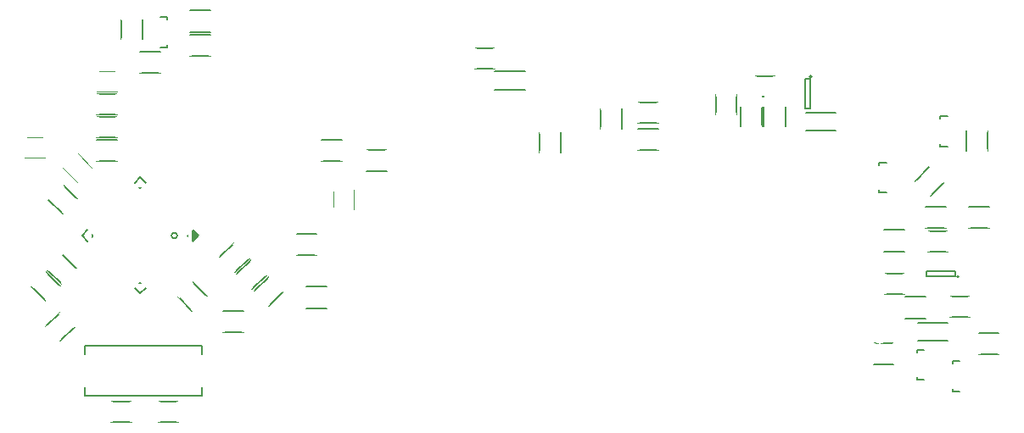
<source format=gbo>
G04 #@! TF.FileFunction,Legend,Bot*
%FSLAX46Y46*%
G04 Gerber Fmt 4.6, Leading zero omitted, Abs format (unit mm)*
G04 Created by KiCad (PCBNEW 4.0.4-stable) date 01/26/17 16:37:22*
%MOMM*%
%LPD*%
G01*
G04 APERTURE LIST*
%ADD10C,0.100000*%
%ADD11C,0.150000*%
%ADD12C,0.149860*%
%ADD13C,0.127000*%
%ADD14C,0.120000*%
%ADD15R,2.100000X1.300000*%
%ADD16C,5.400000*%
%ADD17C,4.400000*%
%ADD18R,1.300000X2.100000*%
%ADD19R,1.200100X1.200100*%
%ADD20C,1.700000*%
%ADD21R,1.700000X1.700000*%
%ADD22C,2.899360*%
%ADD23C,2.900000*%
%ADD24R,1.310000X1.620000*%
%ADD25C,6.400000*%
%ADD26R,2.432000X2.432000*%
%ADD27O,2.432000X2.432000*%
%ADD28R,1.400000X2.000000*%
%ADD29R,2.000000X1.400000*%
%ADD30R,1.460000X1.050000*%
%ADD31R,1.050000X1.460000*%
%ADD32R,6.000700X2.500580*%
%ADD33R,2.100000X2.100000*%
%ADD34O,2.100000X2.100000*%
%ADD35C,1.400000*%
G04 APERTURE END LIST*
D10*
D11*
X102625000Y33900000D02*
X102625000Y31900000D01*
X104775000Y31900000D02*
X104775000Y33900000D01*
X31607449Y17857018D02*
X33021662Y19271231D01*
X34471231Y17821662D02*
X33057018Y16407449D01*
X37800000Y23575000D02*
X35800000Y23575000D01*
X35800000Y21425000D02*
X37800000Y21425000D01*
X97747980Y9200840D02*
X97747980Y9249100D01*
X98449020Y11999820D02*
X97747980Y11999820D01*
X97747980Y11999820D02*
X97747980Y11750900D01*
X97747980Y9200840D02*
X97747980Y9000180D01*
X97747980Y9000180D02*
X98449020Y9000180D01*
X95400000Y12675000D02*
X93400000Y12675000D01*
X93400000Y10525000D02*
X95400000Y10525000D01*
X96450000Y23975000D02*
X94450000Y23975000D01*
X94450000Y21825000D02*
X96450000Y21825000D01*
X100049760Y32500840D02*
X100049760Y32549100D01*
X100750800Y35299820D02*
X100049760Y35299820D01*
X100049760Y35299820D02*
X100049760Y35050900D01*
X100049760Y32500840D02*
X100049760Y32300180D01*
X100049760Y32300180D02*
X100750800Y32300180D01*
X98600000Y24125000D02*
X100600000Y24125000D01*
X100600000Y26275000D02*
X98600000Y26275000D01*
X89600000Y33900000D02*
X86600000Y33900000D01*
X89600000Y35700000D02*
X86600000Y35700000D01*
X97800000Y14700000D02*
X100800000Y14700000D01*
X97800000Y12900000D02*
X100800000Y12900000D01*
X55600000Y39800000D02*
X58600000Y39800000D01*
X55600000Y38000000D02*
X58600000Y38000000D01*
D12*
X25855765Y23258112D02*
X25855765Y23541888D01*
X25715673Y23681980D02*
X25715673Y23118020D01*
X25573785Y22976132D02*
X25573785Y23823868D01*
X25431897Y22834244D02*
X25997653Y23400000D01*
X25997653Y23400000D02*
X25431897Y23965756D01*
X25431897Y23965756D02*
X25431897Y22834244D01*
X19634244Y18168103D02*
X20200000Y17602347D01*
X20200000Y17602347D02*
X20765756Y18168103D01*
X14968103Y23965756D02*
X14402347Y23400000D01*
X14402347Y23400000D02*
X14968103Y22834244D01*
X20765756Y28631897D02*
X20200000Y29197653D01*
X20200000Y29197653D02*
X19634244Y28631897D01*
D13*
X23896478Y23400000D02*
G75*
G03X23896478Y23400000I-283981J0D01*
G01*
X19930592Y18640464D02*
X20469408Y18640464D01*
X20469408Y18640464D02*
X24959536Y23130592D01*
X24959536Y23130592D02*
X24959536Y23669408D01*
X24959536Y23669408D02*
X20469408Y28159536D01*
X20469408Y28159536D02*
X19930592Y28159536D01*
X19930592Y28159536D02*
X15440464Y23669408D01*
X15440464Y23669408D02*
X15440464Y23130592D01*
X15440464Y23130592D02*
X19930592Y18640464D01*
D11*
X12482322Y25568109D02*
X11068109Y26982322D01*
X12517678Y28431891D02*
X13931891Y27017678D01*
X25417678Y18731891D02*
X26831891Y17317678D01*
X25382322Y15868109D02*
X23968109Y17282322D01*
X24000000Y4775000D02*
X22000000Y4775000D01*
X22000000Y6825000D02*
X24000000Y6825000D01*
X17300000Y6825000D02*
X19300000Y6825000D01*
X19300000Y4775000D02*
X17300000Y4775000D01*
X28500000Y15825000D02*
X30500000Y15825000D01*
X30500000Y13775000D02*
X28500000Y13775000D01*
X10768109Y14317678D02*
X12182322Y15731891D01*
X13631891Y14282322D02*
X12217678Y12868109D01*
X79725000Y37500000D02*
X79725000Y35500000D01*
X77675000Y35500000D02*
X77675000Y37500000D01*
X81550000Y39345000D02*
X83550000Y39345000D01*
X83550000Y37295000D02*
X81550000Y37295000D01*
X94500000Y19625000D02*
X96500000Y19625000D01*
X96500000Y17575000D02*
X94500000Y17575000D01*
X100800000Y21775000D02*
X98800000Y21775000D01*
X98800000Y23825000D02*
X100800000Y23825000D01*
X101000000Y17325000D02*
X103000000Y17325000D01*
X103000000Y15275000D02*
X101000000Y15275000D01*
X53600000Y42125000D02*
X55600000Y42125000D01*
X55600000Y40075000D02*
X53600000Y40075000D01*
X10782322Y16868109D02*
X9368109Y18282322D01*
X10817678Y19731891D02*
X12231891Y18317678D01*
X15900000Y37525000D02*
X17900000Y37525000D01*
X17900000Y35475000D02*
X15900000Y35475000D01*
X17900000Y33175000D02*
X15900000Y33175000D01*
X15900000Y35225000D02*
X17900000Y35225000D01*
X69900000Y36725000D02*
X71900000Y36725000D01*
X71900000Y34675000D02*
X69900000Y34675000D01*
X15900000Y32925000D02*
X17900000Y32925000D01*
X17900000Y30875000D02*
X15900000Y30875000D01*
X101249760Y8050840D02*
X101249760Y8099100D01*
X101950800Y10849820D02*
X101249760Y10849820D01*
X101249760Y10849820D02*
X101249760Y10600900D01*
X101249760Y8050840D02*
X101249760Y7850180D01*
X101249760Y7850180D02*
X101950800Y7850180D01*
X93949760Y27900840D02*
X93949760Y27949100D01*
X94650800Y30699820D02*
X93949760Y30699820D01*
X93949760Y30699820D02*
X93949760Y30450900D01*
X93949760Y27900840D02*
X93949760Y27700180D01*
X93949760Y27700180D02*
X94650800Y27700180D01*
X62175000Y31700000D02*
X62175000Y33700000D01*
X60025000Y33700000D02*
X60025000Y31700000D01*
X31246967Y20967247D02*
X29832753Y19553033D01*
X31353033Y18032753D02*
X32767247Y19446967D01*
X29546967Y22667247D02*
X28132753Y21253033D01*
X29653033Y19732753D02*
X31067247Y21146967D01*
X13867247Y20053033D02*
X12453033Y21467247D01*
X10932753Y19946967D02*
X12346967Y18532753D01*
X96550000Y15125000D02*
X98550000Y15125000D01*
X98550000Y17275000D02*
X96550000Y17275000D01*
X98946967Y30267247D02*
X97532753Y28853033D01*
X99053033Y27332753D02*
X100467247Y28746967D01*
X36800000Y16125000D02*
X38800000Y16125000D01*
X38800000Y18275000D02*
X36800000Y18275000D01*
X25200000Y43725000D02*
X27200000Y43725000D01*
X27200000Y45875000D02*
X25200000Y45875000D01*
X20445000Y43010000D02*
X20445000Y45010000D01*
X18295000Y45010000D02*
X18295000Y43010000D01*
X20200000Y39625000D02*
X22200000Y39625000D01*
X22200000Y41775000D02*
X20200000Y41775000D01*
X68275000Y34100000D02*
X68275000Y36100000D01*
X66125000Y36100000D02*
X66125000Y34100000D01*
X69900000Y31925000D02*
X71900000Y31925000D01*
X71900000Y34075000D02*
X69900000Y34075000D01*
X103900000Y11525000D02*
X105900000Y11525000D01*
X105900000Y13675000D02*
X103900000Y13675000D01*
X38300000Y30825000D02*
X40300000Y30825000D01*
X40300000Y32975000D02*
X38300000Y32975000D01*
X44800000Y31975000D02*
X42800000Y31975000D01*
X42800000Y29825000D02*
X44800000Y29825000D01*
X87220000Y39270000D02*
G75*
G03X87220000Y39270000I-100000J0D01*
G01*
X86570000Y39020000D02*
X87070000Y39020000D01*
X86570000Y36120000D02*
X86570000Y39020000D01*
X87070000Y36120000D02*
X86570000Y36120000D01*
X87070000Y39020000D02*
X87070000Y36120000D01*
X101900000Y19300000D02*
G75*
G03X101900000Y19300000I-100000J0D01*
G01*
X101550000Y19850000D02*
X101550000Y19350000D01*
X98650000Y19850000D02*
X101550000Y19850000D01*
X98650000Y19350000D02*
X98650000Y19850000D01*
X101550000Y19350000D02*
X98650000Y19350000D01*
X22890240Y45019160D02*
X22890240Y44970900D01*
X22189200Y42220180D02*
X22890240Y42220180D01*
X22890240Y42220180D02*
X22890240Y42469100D01*
X22890240Y45019160D02*
X22890240Y45219820D01*
X22890240Y45219820D02*
X22189200Y45219820D01*
X26398480Y7400640D02*
X14699240Y7400640D01*
X14699240Y12399360D02*
X26398480Y12399360D01*
X14699240Y7400640D02*
X14699240Y8249000D01*
X14699240Y12399360D02*
X14699240Y11551000D01*
X26398480Y7400640D02*
X26398480Y8249000D01*
X26398480Y12399360D02*
X26398480Y11551000D01*
D14*
X13957018Y31592551D02*
X15371231Y30178338D01*
X13921662Y28728769D02*
X12507449Y30142982D01*
X8700000Y33225000D02*
X10700000Y33225000D01*
X10700000Y31175000D02*
X8700000Y31175000D01*
X15900000Y39825000D02*
X17900000Y39825000D01*
X17900000Y37775000D02*
X15900000Y37775000D01*
X39475000Y26000000D02*
X39475000Y28000000D01*
X41525000Y28000000D02*
X41525000Y26000000D01*
D11*
X27200000Y43475000D02*
X25200000Y43475000D01*
X25200000Y41325000D02*
X27200000Y41325000D01*
X80125000Y36300000D02*
X80125000Y34300000D01*
X82275000Y34300000D02*
X82275000Y36300000D01*
X84575000Y34300000D02*
X84575000Y36300000D01*
X82425000Y36300000D02*
X82425000Y34300000D01*
X102900000Y24125000D02*
X104900000Y24125000D01*
X104900000Y26275000D02*
X102900000Y26275000D01*
%LPC*%
D15*
X103700000Y31450000D03*
X103700000Y34350000D03*
D16*
X88370000Y45060000D03*
D17*
X88370000Y45060000D03*
D10*
G36*
X33887868Y20102082D02*
X35302082Y18687868D01*
X34312132Y17697918D01*
X32897918Y19112132D01*
X33887868Y20102082D01*
X33887868Y20102082D01*
G37*
G36*
X31766548Y17980762D02*
X33180762Y16566548D01*
X32190812Y15576598D01*
X30776598Y16990812D01*
X31766548Y17980762D01*
X31766548Y17980762D01*
G37*
D18*
X35350000Y22500000D03*
X38250000Y22500000D03*
D19*
X99398980Y11450000D03*
X99398980Y9550000D03*
X97400000Y10500000D03*
D20*
X94000000Y13400000D03*
D21*
X96500000Y13400000D03*
D18*
X92950000Y11600000D03*
X95850000Y11600000D03*
X94000000Y22900000D03*
X96900000Y22900000D03*
D19*
X101700760Y34750000D03*
X101700760Y32850000D03*
X99701780Y33800000D03*
D22*
X94930000Y36760000D03*
X97429360Y31720640D03*
X92430640Y31720640D03*
D18*
X101050000Y25200000D03*
X98150000Y25200000D03*
D23*
X104644950Y20049232D03*
X106355050Y15350768D03*
X106556546Y33765769D03*
X104443454Y29234231D03*
D20*
X94000000Y20600000D03*
D21*
X96500000Y20600000D03*
D20*
X60600000Y41400000D03*
D21*
X58100000Y41400000D03*
D24*
X89235000Y34800000D03*
X85965000Y34800000D03*
X98165000Y13800000D03*
X101435000Y13800000D03*
X55965000Y38900000D03*
X59235000Y38900000D03*
D25*
X6450000Y3500000D03*
D17*
X6450000Y3500000D03*
D25*
X49450000Y3500000D03*
D17*
X49450000Y3500000D03*
D16*
X104950000Y3000000D03*
D17*
X104950000Y3000000D03*
D25*
X49450000Y44500000D03*
D17*
X49450000Y44500000D03*
D25*
X6450000Y44500000D03*
D17*
X6450000Y44500000D03*
D26*
X5500000Y33300000D03*
D27*
X2960000Y33300000D03*
D26*
X5500000Y29800000D03*
D27*
X2960000Y29800000D03*
D26*
X5500000Y26300000D03*
D27*
X2960000Y26300000D03*
D26*
X84870000Y41130000D03*
D27*
X82330000Y41130000D03*
D10*
G36*
X23115889Y21720656D02*
X24318310Y20518235D01*
X23645725Y19845650D01*
X22443304Y21048071D01*
X23115889Y21720656D01*
X23115889Y21720656D01*
G37*
G36*
X22551929Y21156696D02*
X23754350Y19954275D01*
X23081765Y19281690D01*
X21879344Y20484111D01*
X22551929Y21156696D01*
X22551929Y21156696D01*
G37*
G36*
X21986172Y20590940D02*
X23188593Y19388519D01*
X22516008Y18715934D01*
X21313587Y19918355D01*
X21986172Y20590940D01*
X21986172Y20590940D01*
G37*
G36*
X21420416Y20025184D02*
X22622837Y18822763D01*
X21950252Y18150178D01*
X20747831Y19352599D01*
X21420416Y20025184D01*
X21420416Y20025184D01*
G37*
G36*
X20854660Y19459428D02*
X22057081Y18257007D01*
X21384496Y17584422D01*
X20182075Y18786843D01*
X20854660Y19459428D01*
X20854660Y19459428D01*
G37*
G36*
X24813157Y23417925D02*
X26015578Y22215504D01*
X25342993Y21542919D01*
X24140572Y22745340D01*
X24813157Y23417925D01*
X24813157Y23417925D01*
G37*
G36*
X24247401Y22852169D02*
X25449822Y21649748D01*
X24777237Y20977163D01*
X23574816Y22179584D01*
X24247401Y22852169D01*
X24247401Y22852169D01*
G37*
G36*
X23681645Y22286413D02*
X24884066Y21083992D01*
X24211481Y20411407D01*
X23009060Y21613828D01*
X23681645Y22286413D01*
X23681645Y22286413D01*
G37*
G36*
X19545340Y19459428D02*
X20217925Y18786843D01*
X19015504Y17584422D01*
X18342919Y18257007D01*
X19545340Y19459428D01*
X19545340Y19459428D01*
G37*
G36*
X18979584Y20025184D02*
X19652169Y19352599D01*
X18449748Y18150178D01*
X17777163Y18822763D01*
X18979584Y20025184D01*
X18979584Y20025184D01*
G37*
G36*
X18413828Y20590940D02*
X19086413Y19918355D01*
X17883992Y18715934D01*
X17211407Y19388519D01*
X18413828Y20590940D01*
X18413828Y20590940D01*
G37*
G36*
X17848071Y21156696D02*
X18520656Y20484111D01*
X17318235Y19281690D01*
X16645650Y19954275D01*
X17848071Y21156696D01*
X17848071Y21156696D01*
G37*
G36*
X17284111Y21720656D02*
X17956696Y21048071D01*
X16754275Y19845650D01*
X16081690Y20518235D01*
X17284111Y21720656D01*
X17284111Y21720656D01*
G37*
G36*
X16718355Y22286413D02*
X17390940Y21613828D01*
X16188519Y20411407D01*
X15515934Y21083992D01*
X16718355Y22286413D01*
X16718355Y22286413D01*
G37*
G36*
X16152599Y22852169D02*
X16825184Y22179584D01*
X15622763Y20977163D01*
X14950178Y21649748D01*
X16152599Y22852169D01*
X16152599Y22852169D01*
G37*
G36*
X15586843Y23417925D02*
X16259428Y22745340D01*
X15057007Y21542919D01*
X14384422Y22215504D01*
X15586843Y23417925D01*
X15586843Y23417925D01*
G37*
G36*
X15057007Y25257081D02*
X16259428Y24054660D01*
X15586843Y23382075D01*
X14384422Y24584496D01*
X15057007Y25257081D01*
X15057007Y25257081D01*
G37*
G36*
X15622763Y25822837D02*
X16825184Y24620416D01*
X16152599Y23947831D01*
X14950178Y25150252D01*
X15622763Y25822837D01*
X15622763Y25822837D01*
G37*
G36*
X16188519Y26388593D02*
X17390940Y25186172D01*
X16718355Y24513587D01*
X15515934Y25716008D01*
X16188519Y26388593D01*
X16188519Y26388593D01*
G37*
G36*
X16754275Y26954350D02*
X17956696Y25751929D01*
X17284111Y25079344D01*
X16081690Y26281765D01*
X16754275Y26954350D01*
X16754275Y26954350D01*
G37*
G36*
X17318235Y27518310D02*
X18520656Y26315889D01*
X17848071Y25643304D01*
X16645650Y26845725D01*
X17318235Y27518310D01*
X17318235Y27518310D01*
G37*
G36*
X17883992Y28084066D02*
X19086413Y26881645D01*
X18413828Y26209060D01*
X17211407Y27411481D01*
X17883992Y28084066D01*
X17883992Y28084066D01*
G37*
G36*
X18449748Y28649822D02*
X19652169Y27447401D01*
X18979584Y26774816D01*
X17777163Y27977237D01*
X18449748Y28649822D01*
X18449748Y28649822D01*
G37*
G36*
X19015504Y29215578D02*
X20217925Y28013157D01*
X19545340Y27340572D01*
X18342919Y28542993D01*
X19015504Y29215578D01*
X19015504Y29215578D01*
G37*
G36*
X21384496Y29215578D02*
X22057081Y28542993D01*
X20854660Y27340572D01*
X20182075Y28013157D01*
X21384496Y29215578D01*
X21384496Y29215578D01*
G37*
G36*
X21950252Y28649822D02*
X22622837Y27977237D01*
X21420416Y26774816D01*
X20747831Y27447401D01*
X21950252Y28649822D01*
X21950252Y28649822D01*
G37*
G36*
X22516008Y28084066D02*
X23188593Y27411481D01*
X21986172Y26209060D01*
X21313587Y26881645D01*
X22516008Y28084066D01*
X22516008Y28084066D01*
G37*
G36*
X23081765Y27518310D02*
X23754350Y26845725D01*
X22551929Y25643304D01*
X21879344Y26315889D01*
X23081765Y27518310D01*
X23081765Y27518310D01*
G37*
G36*
X23645725Y26954350D02*
X24318310Y26281765D01*
X23115889Y25079344D01*
X22443304Y25751929D01*
X23645725Y26954350D01*
X23645725Y26954350D01*
G37*
G36*
X24211481Y26388593D02*
X24884066Y25716008D01*
X23681645Y24513587D01*
X23009060Y25186172D01*
X24211481Y26388593D01*
X24211481Y26388593D01*
G37*
G36*
X24777237Y25822837D02*
X25449822Y25150252D01*
X24247401Y23947831D01*
X23574816Y24620416D01*
X24777237Y25822837D01*
X24777237Y25822837D01*
G37*
G36*
X25342993Y25257081D02*
X26015578Y24584496D01*
X24813157Y23382075D01*
X24140572Y24054660D01*
X25342993Y25257081D01*
X25342993Y25257081D01*
G37*
G36*
X10237258Y27848528D02*
X11651472Y29262742D01*
X12641422Y28272792D01*
X11227208Y26858578D01*
X10237258Y27848528D01*
X10237258Y27848528D01*
G37*
G36*
X12358578Y25727208D02*
X13772792Y27141422D01*
X14762742Y26151472D01*
X13348528Y24737258D01*
X12358578Y25727208D01*
X12358578Y25727208D01*
G37*
G36*
X27662742Y16451472D02*
X26248528Y15037258D01*
X25258578Y16027208D01*
X26672792Y17441422D01*
X27662742Y16451472D01*
X27662742Y16451472D01*
G37*
G36*
X25541422Y18572792D02*
X24127208Y17158578D01*
X23137258Y18148528D01*
X24551472Y19562742D01*
X25541422Y18572792D01*
X25541422Y18572792D01*
G37*
D28*
X21500000Y5800000D03*
X24500000Y5800000D03*
X19800000Y5800000D03*
X16800000Y5800000D03*
X31000000Y14800000D03*
X28000000Y14800000D03*
D10*
G36*
X13048528Y16562742D02*
X14462742Y15148528D01*
X13472792Y14158578D01*
X12058578Y15572792D01*
X13048528Y16562742D01*
X13048528Y16562742D01*
G37*
G36*
X10927208Y14441422D02*
X12341422Y13027208D01*
X11351472Y12037258D01*
X9937258Y13451472D01*
X10927208Y14441422D01*
X10927208Y14441422D01*
G37*
D29*
X78700000Y35000000D03*
X78700000Y38000000D03*
D28*
X84050000Y38320000D03*
X81050000Y38320000D03*
X97000000Y18600000D03*
X94000000Y18600000D03*
X98300000Y22800000D03*
X101300000Y22800000D03*
X103500000Y16300000D03*
X100500000Y16300000D03*
X56100000Y41100000D03*
X53100000Y41100000D03*
D10*
G36*
X8537258Y19148528D02*
X9951472Y20562742D01*
X10941422Y19572792D01*
X9527208Y18158578D01*
X8537258Y19148528D01*
X8537258Y19148528D01*
G37*
G36*
X10658578Y17027208D02*
X12072792Y18441422D01*
X13062742Y17451472D01*
X11648528Y16037258D01*
X10658578Y17027208D01*
X10658578Y17027208D01*
G37*
D28*
X18400000Y36500000D03*
X15400000Y36500000D03*
X15400000Y34200000D03*
X18400000Y34200000D03*
X72400000Y35700000D03*
X69400000Y35700000D03*
X18400000Y31900000D03*
X15400000Y31900000D03*
D19*
X102900760Y10300000D03*
X102900760Y8400000D03*
X100901780Y9350000D03*
X95600760Y30150000D03*
X95600760Y28250000D03*
X93601780Y29200000D03*
D15*
X61100000Y34150000D03*
X61100000Y31250000D03*
D10*
G36*
X30557538Y17272613D02*
X29072613Y18757538D01*
X29991852Y19676777D01*
X31476777Y18191852D01*
X30557538Y17272613D01*
X30557538Y17272613D01*
G37*
G36*
X32608148Y19323223D02*
X31123223Y20808148D01*
X32042462Y21727387D01*
X33527387Y20242462D01*
X32608148Y19323223D01*
X32608148Y19323223D01*
G37*
G36*
X28857538Y18972613D02*
X27372613Y20457538D01*
X28291852Y21376777D01*
X29776777Y19891852D01*
X28857538Y18972613D01*
X28857538Y18972613D01*
G37*
G36*
X30908148Y21023223D02*
X29423223Y22508148D01*
X30342462Y23427387D01*
X31827387Y21942462D01*
X30908148Y21023223D01*
X30908148Y21023223D01*
G37*
G36*
X10172613Y20742462D02*
X11657538Y22227387D01*
X12576777Y21308148D01*
X11091852Y19823223D01*
X10172613Y20742462D01*
X10172613Y20742462D01*
G37*
G36*
X12223223Y18691852D02*
X13708148Y20176777D01*
X14627387Y19257538D01*
X13142462Y17772613D01*
X12223223Y18691852D01*
X12223223Y18691852D01*
G37*
D18*
X99000000Y16200000D03*
X96100000Y16200000D03*
D10*
G36*
X98257538Y26572613D02*
X96772613Y28057538D01*
X97691852Y28976777D01*
X99176777Y27491852D01*
X98257538Y26572613D01*
X98257538Y26572613D01*
G37*
G36*
X100308148Y28623223D02*
X98823223Y30108148D01*
X99742462Y31027387D01*
X101227387Y29542462D01*
X100308148Y28623223D01*
X100308148Y28623223D01*
G37*
D18*
X39250000Y17200000D03*
X36350000Y17200000D03*
X27650000Y44800000D03*
X24750000Y44800000D03*
D15*
X19370000Y45460000D03*
X19370000Y42560000D03*
D18*
X22650000Y40700000D03*
X19750000Y40700000D03*
D15*
X67200000Y36550000D03*
X67200000Y33650000D03*
D18*
X72350000Y33000000D03*
X69450000Y33000000D03*
X106350000Y12600000D03*
X103450000Y12600000D03*
X40750000Y31900000D03*
X37850000Y31900000D03*
X42350000Y30900000D03*
X45250000Y30900000D03*
D30*
X87920000Y38520000D03*
X87920000Y37570000D03*
X87920000Y36620000D03*
X85720000Y36620000D03*
X85720000Y38520000D03*
D31*
X101050000Y18500000D03*
X100100000Y18500000D03*
X99150000Y18500000D03*
X99150000Y20700000D03*
X101050000Y20700000D03*
D19*
X21239240Y42770000D03*
X21239240Y44670000D03*
X23238220Y43720000D03*
D16*
X109950000Y9050000D03*
D17*
X109950000Y9050000D03*
D16*
X109950000Y40050000D03*
D17*
X109950000Y40050000D03*
D25*
X34950000Y40050000D03*
D17*
X34950000Y40050000D03*
D25*
X34950000Y9050000D03*
D17*
X34950000Y9050000D03*
D32*
X25397720Y9900000D03*
X15700000Y9900000D03*
D33*
X5400000Y15680000D03*
D34*
X2860000Y15680000D03*
X5400000Y18220000D03*
X2860000Y18220000D03*
X5400000Y20760000D03*
X2860000Y20760000D03*
X5400000Y23300000D03*
X2860000Y23300000D03*
D10*
G36*
X16202082Y29312132D02*
X14787868Y27897918D01*
X13797918Y28887868D01*
X15212132Y30302082D01*
X16202082Y29312132D01*
X16202082Y29312132D01*
G37*
G36*
X14080762Y31433452D02*
X12666548Y30019238D01*
X11676598Y31009188D01*
X13090812Y32423402D01*
X14080762Y31433452D01*
X14080762Y31433452D01*
G37*
D28*
X11200000Y32200000D03*
X8200000Y32200000D03*
X18400000Y38800000D03*
X15400000Y38800000D03*
D29*
X40500000Y28500000D03*
X40500000Y25500000D03*
D18*
X24750000Y42400000D03*
X27650000Y42400000D03*
D15*
X81200000Y33850000D03*
X81200000Y36750000D03*
X83500000Y36750000D03*
X83500000Y33850000D03*
D18*
X105350000Y25200000D03*
X102450000Y25200000D03*
D33*
X104450000Y40050000D03*
D34*
X101910000Y40050000D03*
X99370000Y40050000D03*
X96830000Y40050000D03*
X94290000Y40050000D03*
X91750000Y40050000D03*
D33*
X79050000Y40050000D03*
D34*
X76510000Y40050000D03*
X73970000Y40050000D03*
X71430000Y40050000D03*
X68890000Y40050000D03*
X66350000Y40050000D03*
D33*
X94000000Y8500000D03*
X94000000Y25500000D03*
D35*
X64400000Y35450700D03*
X64400000Y33550700D03*
M02*

</source>
